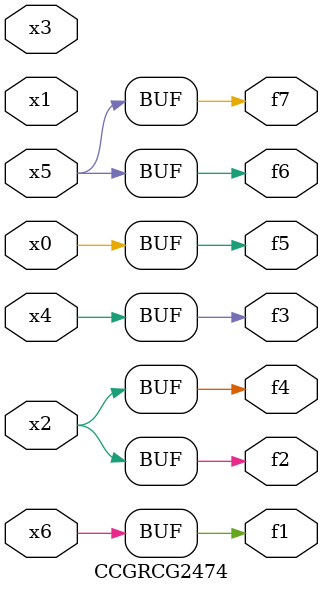
<source format=v>
module CCGRCG2474(
	input x0, x1, x2, x3, x4, x5, x6,
	output f1, f2, f3, f4, f5, f6, f7
);
	assign f1 = x6;
	assign f2 = x2;
	assign f3 = x4;
	assign f4 = x2;
	assign f5 = x0;
	assign f6 = x5;
	assign f7 = x5;
endmodule

</source>
